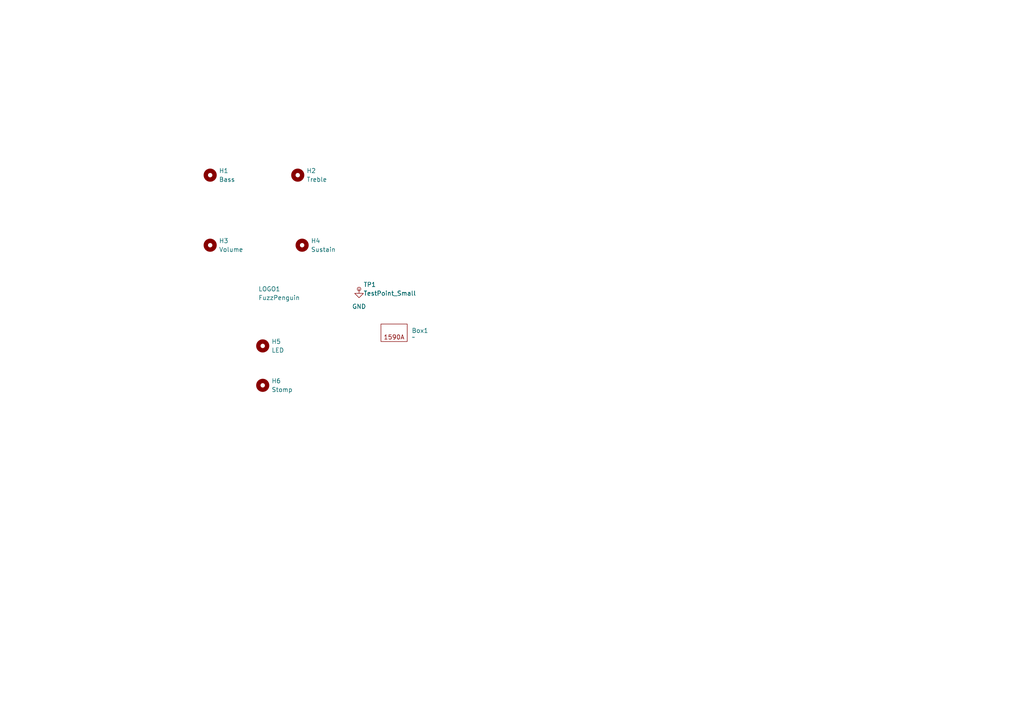
<source format=kicad_sch>
(kicad_sch (version 20231120) (generator "eeschema") (generator_version "8.0")
  (paper "A4")
  (lib_symbols
    (symbol "Connector:TestPoint_Small" (pin_numbers hide) (pin_names (offset 0.762) hide)
      (property "Reference" "TP" (at 0 3.81 0))
      (property "Value" "TestPoint_Small" (at 0 2.032 0))
      (symbol "TestPoint_Small_0_1"
        (circle (center 0 0) (radius 0.508))
      )
      (symbol "TestPoint_Small_1_1"
        (pin passive line (at 0 0 90) (length 0) (name "1") (number "1"))
      )
    )
    (symbol "Mechanical:MountingHole" (pin_names (offset 1.016)) (exclude_from_sim yes) (in_bom no)
      (property "Reference" "H" (at 0 5.08 0))
      (property "Value" "MountingHole" (at 0 3.175 0))
      (symbol "MountingHole_0_1"
        (circle (center 0 0) (radius 1.27) (stroke (width 1.27)))
      )
    )
    (symbol "Mylib:Enclosure_1590A"
      (property "Reference" "Box" (at 0 0 0))
      (symbol "Enclosure_1590A_0_1"
        (rectangle (start -3.81 1.27) (end 3.81 -3.81))
      )
      (symbol "Enclosure_1590A_1_1"
        (text "1590A" (at 0 -2.54 0) (effects (font (size 1.27 1.27))))
      )
    )
    (symbol "Mylib:FuzzPenguin"
      (property "Reference" "LOGO" (at 0 0 0))
      (property "Value" "FuzzPenguin" (at 0 2.54 0))
    )
    (symbol "power:GND" (power) (pin_numbers hide) (pin_names (offset 0) hide)
      (property "Value" "GND" (at 0 -3.81 0))
      (symbol "GND_0_1"
        (polyline (pts (xy 0 0) (xy 0 -1.27) (xy 1.27 -1.27) (xy 0 -2.54) (xy -1.27 -1.27) (xy 0 -1.27)))
      )
      (symbol "GND_1_1"
        (pin power_in line (at 0 0 270) (length 0) (name "~") (number "1"))
      )
    )
  )
  (symbol (lib_id "Mylib:Enclosure_1590A") (at 114.3 95.25 0) (unit 1)
    (property "Reference" "Box1" (at 119.38 95.8849 0) (effects (justify left)))
    (property "Value" "~" (at 119.38 97.79 0) (effects (justify left)))
    (property "Footprint" "Mylib:1590A" (effects (hide yes)))
  )
  (symbol (lib_id "power:GND") (at 104.14 83.82 0) (unit 1)
    (property "Reference" "#PWR1" (effects (hide yes)))
    (property "Value" "GND" (at 104.14 88.9 0))
    (property "Description" "Power symbol creates a global label with name \"GND\" , ground" (effects (hide yes)))
  )
  (symbol (lib_id "Mylib:FuzzPenguin") (at 73.66 85.09 0) (unit 1)
    (property "Reference" "LOGO1" (at 74.93 83.8199 0) (effects (justify left)))
    (property "Value" "FuzzPenguin" (at 74.93 86.3599 0) (effects (justify left)))
    (property "Footprint" "Mylib:FuzzPenguin" (effects (hide yes)))
  )
  (symbol (lib_id "Mechanical:MountingHole") (at 76.2 111.76 0) (unit 1) (exclude_from_sim yes) (in_bom no)
    (property "Reference" "H6" (at 78.74 110.4899 0) (effects (justify left)))
    (property "Value" "Stomp" (at 78.74 113.0299 0) (effects (justify left)))
    (property "Footprint" "Mylib:Hole_12.5mm" (effects (hide yes)))
    (property "Description" "Mounting Hole without connection" (effects (hide yes)))
  )
  (symbol (lib_id "Connector:TestPoint_Small") (at 104.14 83.82 0) (unit 1)
    (property "Reference" "TP1" (at 105.41 82.5499 0) (effects (justify left)))
    (property "Value" "TestPoint_Small" (at 105.41 85.0899 0) (effects (justify left)))
    (property "Footprint" "TestPoint:TestPoint_Pad_4.0x4.0mm" (effects (hide yes)))
    (property "Description" "test point" (effects (hide yes)))
  )
  (symbol (lib_id "Mechanical:MountingHole") (at 76.2 100.33 0) (unit 1) (exclude_from_sim yes) (in_bom no)
    (property "Reference" "H5" (at 78.74 99.0599 0) (effects (justify left)))
    (property "Value" "LED" (at 78.74 101.5999 0) (effects (justify left)))
    (property "Footprint" "Mylib:Hole_6mm" (effects (hide yes)))
    (property "Description" "Mounting Hole without connection" (effects (hide yes)))
  )
  (symbol (lib_id "Mechanical:MountingHole") (at 60.96 50.8 0) (unit 1) (exclude_from_sim yes) (in_bom no)
    (property "Reference" "H1" (at 63.5 49.5299 0) (effects (justify left)))
    (property "Value" "Bass" (at 63.5 52.0699 0) (effects (justify left)))
    (property "Footprint" "Mylib:Hole_7mm" (effects (hide yes)))
    (property "Description" "Mounting Hole without connection" (effects (hide yes)))
  )
  (symbol (lib_id "Mechanical:MountingHole") (at 60.96 71.12 0) (unit 1) (exclude_from_sim yes) (in_bom no)
    (property "Reference" "H3" (at 63.5 69.8499 0) (effects (justify left)))
    (property "Value" "Volume" (at 63.5 72.3899 0) (effects (justify left)))
    (property "Footprint" "Mylib:Hole_7mm" (effects (hide yes)))
    (property "Description" "Mounting Hole without connection" (effects (hide yes)))
  )
  (symbol (lib_id "Mechanical:MountingHole") (at 87.63 71.12 0) (unit 1) (exclude_from_sim yes) (in_bom no)
    (property "Reference" "H4" (at 90.17 69.8499 0) (effects (justify left)))
    (property "Value" "Sustain" (at 90.17 72.3899 0) (effects (justify left)))
    (property "Footprint" "Mylib:Hole_7mm" (effects (hide yes)))
    (property "Description" "Mounting Hole without connection" (effects (hide yes)))
  )
  (symbol (lib_id "Mechanical:MountingHole") (at 86.36 50.8 0) (unit 1) (exclude_from_sim yes) (in_bom no)
    (property "Reference" "H2" (at 88.9 49.5299 0) (effects (justify left)))
    (property "Value" "Treble" (at 88.9 52.0699 0) (effects (justify left)))
    (property "Footprint" "Mylib:Hole_7mm" (effects (hide yes)))
    (property "Description" "Mounting Hole without connection" (effects (hide yes)))
  )
)
</source>
